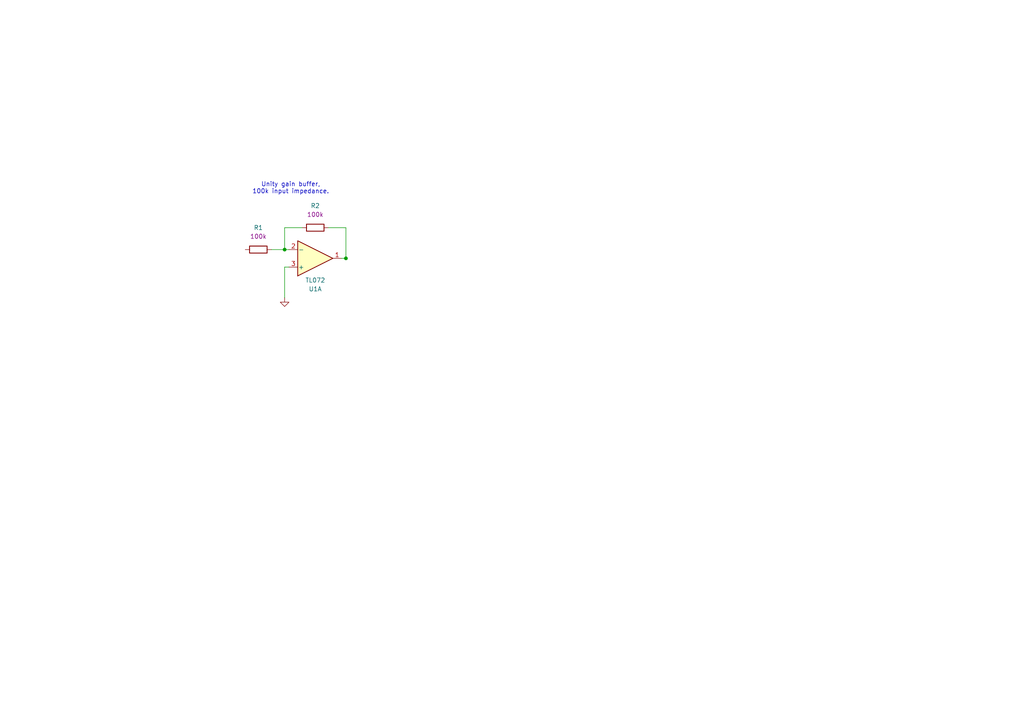
<source format=kicad_sch>
(kicad_sch (version 20250114) (generator "eeschema") (generator_version "9.0")
  (paper "A4")
  (lib_symbols
    (symbol "Lichen:100k_0603" (pin_numbers (hide yes)) (pin_names (offset 0))
      (property "Reference" "R6" (at -2.54 -1.2701 0))
      (property "Display" "100k" (at -2.54 1.2699 0))
      (symbol "100k_0603_0_1"
        (rectangle (start -1.016 -2.54) (end 1.016 2.54) (stroke (width 0.254)))
      )
      (symbol "100k_0603_1_1"
        (pin passive line (at 0 3.81 270) (length 1.27) (name "~") (number "1"))
        (pin passive line (at 0 -3.81 90) (length 1.27) (name "~") (number "2"))
      )
    )
    (symbol "Lichen:TL072" (pin_names (offset 0.127))
      (property "Reference" "OP3" (at 0 10.16 0))
      (property "Value" "TL072" (at 0 7.62 0))
      (symbol "TL072_1_1"
        (polyline (pts (xy -5.08 5.08) (xy 5.08 0) (xy -5.08 -5.08) (xy -5.08 5.08)) (stroke (width 0.254)) (fill (type background)))
        (pin input line (at -7.62 2.54 0) (length 2.54) (name "+") (number "3"))
        (pin input line (at -7.62 -2.54 0) (length 2.54) (name "-") (number "2"))
        (pin output line (at 7.62 0 180) (length 2.54) (name "~") (number "1"))
      )
      (symbol "TL072_2_1"
        (polyline (pts (xy -5.08 5.08) (xy 5.08 0) (xy -5.08 -5.08) (xy -5.08 5.08)) (stroke (width 0.254)) (fill (type background)))
        (pin input line (at -7.62 2.54 0) (length 2.54) (name "+") (number "5"))
        (pin input line (at -7.62 -2.54 0) (length 2.54) (name "-") (number "6"))
        (pin output line (at 7.62 0 180) (length 2.54) (name "~") (number "7"))
      )
      (symbol "TL072_3_1"
        (pin power_in line (at -2.54 7.62 270) (length 3.81) (name "V+") (number "8"))
        (pin power_in line (at -2.54 -7.62 90) (length 3.81) (name "V-") (number "4"))
      )
    )
    (symbol "power:GND" (power) (pin_numbers (hide yes)) (pin_names (offset 0) (hide yes))
      (property "Value" "GND" (at 0 -3.81 0))
      (symbol "GND_0_1"
        (polyline (pts (xy 0 0) (xy 0 -1.27) (xy 1.27 -1.27) (xy 0 -2.54) (xy -1.27 -1.27) (xy 0 -1.27)))
      )
      (symbol "GND_1_1"
        (pin power_in line (at 0 0 270) (length 0) (name "~") (number "1"))
      )
    )
  )
  (text "Unity gain buffer,\n100k input impedance." (at 84.328 54.61 0) (effects (font (size 1.27 1.27))))
  (junction (at 100.33 74.93))
  (junction (at 82.55 72.39))
  (wire (pts (xy 99.06 74.93) (xy 100.33 74.93)))
  (wire (pts (xy 87.63 66.04) (xy 82.55 66.04)))
  (wire (pts (xy 78.74 72.39) (xy 82.55 72.39)))
  (wire (pts (xy 82.55 72.39) (xy 83.82 72.39)))
  (wire (pts (xy 82.55 66.04) (xy 82.55 72.39)))
  (wire (pts (xy 82.55 77.47) (xy 83.82 77.47)))
  (wire (pts (xy 82.55 86.36) (xy 82.55 77.47)))
  (wire (pts (xy 95.25 66.04) (xy 100.33 66.04)))
  (wire (pts (xy 100.33 66.04) (xy 100.33 74.93)))
  (symbol (lib_id "Lichen:100k_0603") (at 91.44 66.04 90) (mirror x) (unit 1)
    (property "Reference" "R2" (at 91.44 59.69 90))
    (property "Value" "100k" (effects (hide yes)))
    (property "Footprint" "Lichen:R_0603" (effects (hide yes)))
    (property "Datasheet" "https://www.lcsc.com/datasheet/lcsc_datasheet_2206010045_UNI-ROYAL-Uniroyal-Elec-0603WAF1003T5E_C25803.pdf" (effects (hide yes)))
    (property "Description" "100K, 1%, 1/10W, 0603" (effects (hide yes)))
    (property "Manufacturer" "UNI-ROYAL" (effects (hide yes)))
    (property "Part Number" "0603WAF1003T5E" (effects (hide yes)))
    (property "Display" "100k" (at 91.44 62.23 90))
    (property "JLCPCB ID" "C25803" (effects (hide yes)))
    (instances (project "active-lpg-board" (path "" (reference "R2") (unit 1)) (path "" (reference "R10") (unit 1))))
  )
  (symbol (lib_id "Lichen:100k_0603") (at 74.93 72.39 90) (unit 1)
    (property "Reference" "R1" (at 74.93 66.04 90))
    (property "Value" "100k" (effects (hide yes)))
    (property "Footprint" "Lichen:R_0603" (effects (hide yes)))
    (property "Datasheet" "https://www.lcsc.com/datasheet/lcsc_datasheet_2206010045_UNI-ROYAL-Uniroyal-Elec-0603WAF1003T5E_C25803.pdf" (effects (hide yes)))
    (property "Description" "100K, 1%, 1/10W, 0603" (effects (hide yes)))
    (property "Manufacturer" "UNI-ROYAL" (effects (hide yes)))
    (property "Part Number" "0603WAF1003T5E" (effects (hide yes)))
    (property "Display" "100k" (at 74.93 68.58 90))
    (property "JLCPCB ID" "C25803" (effects (hide yes)))
    (instances (project "active-lpg-board" (path "" (reference "R1") (unit 1)) (path "" (reference "R9") (unit 1))))
  )
  (symbol (lib_id "Lichen:TL072") (at 91.44 74.93 0) (mirror x) (unit 1)
    (property "Reference" "U1" (at 91.44 83.82 0))
    (property "Value" "TL072" (at 91.44 81.28 0))
    (property "Footprint" "Package_SO:SOIC-8_3.9x4.9mm_P1.27mm" (effects (hide yes)))
    (property "Datasheet" "http://www.ti.com/lit/ds/symlink/tl071.pdf" (effects (hide yes)))
    (property "Description" "Dual Low-Noise JFET-Input Operational Amplifiers, DIP-8/SOIC-8" (effects (hide yes)))
    (property "LCSC" "C6961" (effects (hide yes)))
    (property "Manufacturer" "STMicroelectronics" (effects (hide yes)))
    (property "Part Number" "TL072CDT" (effects (hide yes)))
  )
  (symbol (lib_id "power:GND") (at 82.55 86.36 0) (unit 1)
    (property "Reference" "#PWR016" (effects (hide yes)))
    (property "Value" "GND" (effects (hide yes)))
    (property "Description" "Power symbol creates a global label with name \"GND\" , ground" (effects (hide yes)))
    (instances (project "active-lpg-board" (path "" (reference "#PWR016") (unit 1)) (path "" (reference "#PWR012") (unit 1))))
  )
)
</source>
